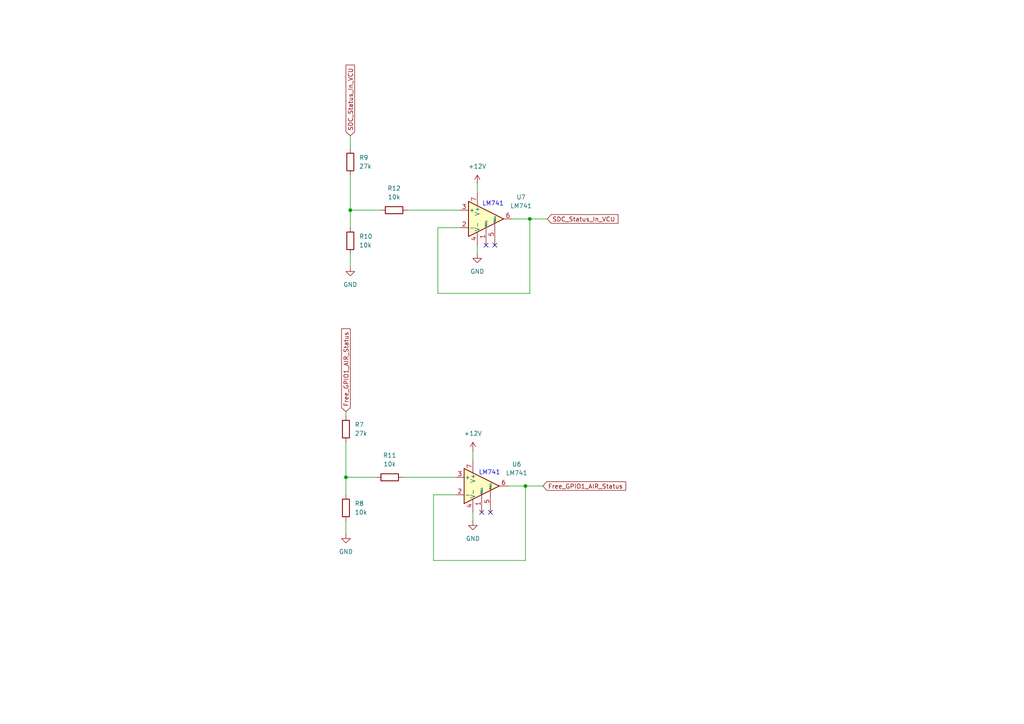
<source format=kicad_sch>
(kicad_sch (version 20231120) (generator "eeschema") (generator_version "8.0")
  (paper "A4")
  (lib_symbols
    (symbol "Amplifier_Operational:LM741" (pin_names (offset 0.127))
      (property "Reference" "U" (at 0 6.35 0))
      (property "Value" "LM741" (at 0 3.81 0))
      (symbol "LM741_0_1"
        (polyline (pts (xy -5.08 5.08) (xy 5.08 0) (xy -5.08 -5.08) (xy -5.08 5.08)) (stroke (width 0.254)) (fill (type background)))
      )
      (symbol "LM741_1_1"
        (pin input line (at 0 -7.62 90) (length 5.08) (name "NULL") (number "1"))
        (pin input line (at -7.62 -2.54 0) (length 2.54) (name "-") (number "2"))
        (pin input line (at -7.62 2.54 0) (length 2.54) (name "+") (number "3"))
        (pin power_in line (at -2.54 -7.62 90) (length 3.81) (name "V-") (number "4"))
        (pin input line (at 2.54 -7.62 90) (length 6.35) (name "NULL") (number "5"))
        (pin output line (at 7.62 0 180) (length 2.54) (name "~") (number "6"))
        (pin power_in line (at -2.54 7.62 270) (length 3.81) (name "V+") (number "7"))
        (pin no_connect line (at 0 2.54 270) (length 2.54) hide (name "NC") (number "8"))
      )
    )
    (symbol "Device:R" (pin_numbers hide) (pin_names (offset 0))
      (property "Reference" "R" (at 2.032 0 90))
      (property "Value" "R" (at 0 0 90))
      (symbol "R_0_1"
        (rectangle (start -1.016 -2.54) (end 1.016 2.54) (stroke (width 0.254)))
      )
      (symbol "R_1_1"
        (pin passive line (at 0 3.81 270) (length 1.27) (name "~") (number "1"))
        (pin passive line (at 0 -3.81 90) (length 1.27) (name "~") (number "2"))
      )
    )
    (symbol "power:+12V" (power) (pin_numbers hide) (pin_names (offset 0) hide)
      (property "Value" "+12V" (at 0 3.556 0))
      (symbol "+12V_0_1"
        (polyline (pts (xy -0.762 1.27) (xy 0 2.54)))
        (polyline (pts (xy 0 0) (xy 0 2.54)))
        (polyline (pts (xy 0 2.54) (xy 0.762 1.27)))
      )
      (symbol "+12V_1_1"
        (pin power_in line (at 0 0 90) (length 0) (name "~") (number "1"))
      )
    )
    (symbol "power:GND" (power) (pin_numbers hide) (pin_names (offset 0) hide)
      (property "Value" "GND" (at 0 -3.81 0))
      (symbol "GND_0_1"
        (polyline (pts (xy 0 0) (xy 0 -1.27) (xy 1.27 -1.27) (xy 0 -2.54) (xy -1.27 -1.27) (xy 0 -1.27)))
      )
      (symbol "GND_1_1"
        (pin power_in line (at 0 0 270) (length 0) (name "~") (number "1"))
      )
    )
  )
  (junction (at 153.67 63.5))
  (junction (at 100.33 138.43))
  (junction (at 152.4 140.97))
  (junction (at 101.6 60.96))
  (no_connect (at 140.97 71.12))
  (no_connect (at 143.51 71.12))
  (no_connect (at 142.24 148.59))
  (no_connect (at 139.7 148.59))
  (wire (pts (xy 153.67 85.09) (xy 127 85.09)))
  (wire (pts (xy 118.11 60.96) (xy 133.35 60.96)))
  (wire (pts (xy 101.6 73.66) (xy 101.6 77.47)))
  (wire (pts (xy 100.33 138.43) (xy 100.33 143.51)))
  (wire (pts (xy 138.43 53.34) (xy 138.43 55.88)))
  (wire (pts (xy 153.67 63.5) (xy 153.67 85.09)))
  (wire (pts (xy 125.73 162.56) (xy 125.73 143.51)))
  (wire (pts (xy 127 85.09) (xy 127 66.04)))
  (wire (pts (xy 101.6 39.37) (xy 101.6 43.18)))
  (wire (pts (xy 125.73 143.51) (xy 132.08 143.51)))
  (wire (pts (xy 127 66.04) (xy 133.35 66.04)))
  (wire (pts (xy 101.6 60.96) (xy 101.6 66.04)))
  (wire (pts (xy 100.33 138.43) (xy 109.22 138.43)))
  (wire (pts (xy 101.6 50.8) (xy 101.6 60.96)))
  (wire (pts (xy 152.4 140.97) (xy 152.4 162.56)))
  (wire (pts (xy 137.16 130.81) (xy 137.16 133.35)))
  (wire (pts (xy 100.33 151.13) (xy 100.33 154.94)))
  (wire (pts (xy 100.33 128.27) (xy 100.33 138.43)))
  (wire (pts (xy 147.32 140.97) (xy 152.4 140.97)))
  (wire (pts (xy 152.4 140.97) (xy 157.48 140.97)))
  (wire (pts (xy 148.59 63.5) (xy 153.67 63.5)))
  (wire (pts (xy 138.43 71.12) (xy 138.43 73.66)))
  (wire (pts (xy 101.6 60.96) (xy 110.49 60.96)))
  (wire (pts (xy 152.4 162.56) (xy 125.73 162.56)))
  (wire (pts (xy 116.84 138.43) (xy 132.08 138.43)))
  (wire (pts (xy 153.67 63.5) (xy 158.75 63.5)))
  (wire (pts (xy 100.33 119.38) (xy 100.33 120.65)))
  (wire (pts (xy 137.16 148.59) (xy 137.16 151.13)))
  (text "LM741\n" (at 143.002 59.182 0) (effects (font (size 1.27 1.27))))
  (text "LM741\n" (at 141.986 137.16 0) (effects (font (size 1.27 1.27))))
  (global_label "Free_GPIO1_AIR_Status" (shape input) (at 157.48 140.97 0) (property "Intersheetrefs" "${INTERSHEET_REFS}" (effects (hide yes))))
  (global_label "SDC_Status_In_VCU" (shape input) (at 101.6 39.37 90) (property "Intersheetrefs" "${INTERSHEET_REFS}" (effects (hide yes))))
  (global_label "Free_GPIO1_AIR_Status" (shape input) (at 100.33 119.38 90) (property "Intersheetrefs" "${INTERSHEET_REFS}" (effects (hide yes))))
  (global_label "SDC_Status_In_VCU" (shape input) (at 158.75 63.5 0) (property "Intersheetrefs" "${INTERSHEET_REFS}" (effects (hide yes))))
  (symbol (lib_id "power:+12V") (at 137.16 130.81 0) (unit 1)
    (property "Reference" "#PWR030" (effects (hide yes)))
    (property "Value" "+12V" (at 137.16 125.73 0))
    (property "Description" "Power symbol creates a global label with name \"+12V\"" (effects (hide yes)))
  )
  (symbol (lib_id "Device:R") (at 100.33 147.32 0) (unit 1)
    (property "Reference" "R8" (at 102.87 146.0499 0) (effects (justify left)))
    (property "Value" "10k" (at 102.87 148.5899 0) (effects (justify left)))
    (property "Footprint" "Resistor_THT:R_Axial_DIN0204_L3.6mm_D1.6mm_P5.08mm_Horizontal" (effects (hide yes)))
    (property "Description" "Resistor" (effects (hide yes)))
  )
  (symbol (lib_id "Device:R") (at 114.3 60.96 90) (unit 1)
    (property "Reference" "R12" (at 114.3 54.61 90))
    (property "Value" "10k" (at 114.3 57.15 90))
    (property "Footprint" "Resistor_THT:R_Axial_DIN0204_L3.6mm_D1.6mm_P5.08mm_Horizontal" (effects (hide yes)))
    (property "Description" "Resistor" (effects (hide yes)))
  )
  (symbol (lib_id "power:GND") (at 137.16 151.13 0) (unit 1)
    (property "Reference" "#PWR031" (effects (hide yes)))
    (property "Value" "GND" (at 137.16 156.21 0))
    (property "Description" "Power symbol creates a global label with name \"GND\" , ground" (effects (hide yes)))
  )
  (symbol (lib_id "Device:R") (at 113.03 138.43 90) (unit 1)
    (property "Reference" "R11" (at 113.03 132.08 90))
    (property "Value" "10k" (at 113.03 134.62 90))
    (property "Footprint" "Resistor_THT:R_Axial_DIN0204_L3.6mm_D1.6mm_P5.08mm_Horizontal" (effects (hide yes)))
    (property "Description" "Resistor" (effects (hide yes)))
  )
  (symbol (lib_id "power:GND") (at 101.6 77.47 0) (unit 1)
    (property "Reference" "#PWR029" (effects (hide yes)))
    (property "Value" "GND" (at 101.6 82.55 0))
    (property "Description" "Power symbol creates a global label with name \"GND\" , ground" (effects (hide yes)))
  )
  (symbol (lib_id "Amplifier_Operational:LM741") (at 140.97 63.5 0) (unit 1)
    (property "Reference" "U7" (at 151.13 57.1814 0))
    (property "Value" "LM741" (at 151.13 59.7214 0))
    (property "Footprint" "Package_DIP:CERDIP-8_W7.62mm_SideBrazed" (effects (hide yes)))
    (property "Datasheet" "http://www.ti.com/lit/ds/symlink/lm741.pdf" (effects (hide yes)))
    (property "Description" "Operational Amplifier, DIP-8/TO-99-8" (effects (hide yes)))
  )
  (symbol (lib_id "Amplifier_Operational:LM741") (at 139.7 140.97 0) (unit 1)
    (property "Reference" "U6" (at 149.86 134.6514 0))
    (property "Value" "LM741" (at 149.86 137.1914 0))
    (property "Footprint" "Package_DIP:CERDIP-8_W7.62mm_SideBrazed" (effects (hide yes)))
    (property "Datasheet" "http://www.ti.com/lit/ds/symlink/lm741.pdf" (effects (hide yes)))
    (property "Description" "Operational Amplifier, DIP-8/TO-99-8" (effects (hide yes)))
  )
  (symbol (lib_id "power:+12V") (at 138.43 53.34 0) (unit 1)
    (property "Reference" "#PWR032" (effects (hide yes)))
    (property "Value" "+12V" (at 138.43 48.26 0))
    (property "Description" "Power symbol creates a global label with name \"+12V\"" (effects (hide yes)))
  )
  (symbol (lib_id "Device:R") (at 100.33 124.46 0) (unit 1)
    (property "Reference" "R7" (at 102.87 123.1899 0) (effects (justify left)))
    (property "Value" "27k" (at 102.87 125.7299 0) (effects (justify left)))
    (property "Footprint" "Resistor_THT:R_Axial_DIN0204_L3.6mm_D1.6mm_P5.08mm_Horizontal" (effects (hide yes)))
    (property "Description" "Resistor" (effects (hide yes)))
  )
  (symbol (lib_id "Device:R") (at 101.6 46.99 0) (unit 1)
    (property "Reference" "R9" (at 104.14 45.7199 0) (effects (justify left)))
    (property "Value" "27k" (at 104.14 48.2599 0) (effects (justify left)))
    (property "Footprint" "Resistor_THT:R_Axial_DIN0204_L3.6mm_D1.6mm_P5.08mm_Horizontal" (effects (hide yes)))
    (property "Description" "Resistor" (effects (hide yes)))
  )
  (symbol (lib_id "power:GND") (at 100.33 154.94 0) (unit 1)
    (property "Reference" "#PWR03" (effects (hide yes)))
    (property "Value" "GND" (at 100.33 160.02 0))
    (property "Description" "Power symbol creates a global label with name \"GND\" , ground" (effects (hide yes)))
  )
  (symbol (lib_id "Device:R") (at 101.6 69.85 0) (unit 1)
    (property "Reference" "R10" (at 104.14 68.5799 0) (effects (justify left)))
    (property "Value" "10k" (at 104.14 71.1199 0) (effects (justify left)))
    (property "Footprint" "Resistor_THT:R_Axial_DIN0204_L3.6mm_D1.6mm_P5.08mm_Horizontal" (effects (hide yes)))
    (property "Description" "Resistor" (effects (hide yes)))
  )
  (symbol (lib_id "power:GND") (at 138.43 73.66 0) (unit 1)
    (property "Reference" "#PWR033" (effects (hide yes)))
    (property "Value" "GND" (at 138.43 78.74 0))
    (property "Description" "Power symbol creates a global label with name \"GND\" , ground" (effects (hide yes)))
  )
)
</source>
